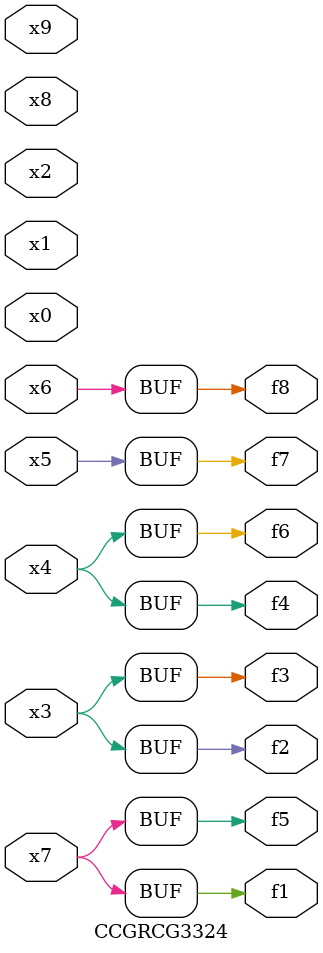
<source format=v>
module CCGRCG3324(
	input x0, x1, x2, x3, x4, x5, x6, x7, x8, x9,
	output f1, f2, f3, f4, f5, f6, f7, f8
);
	assign f1 = x7;
	assign f2 = x3;
	assign f3 = x3;
	assign f4 = x4;
	assign f5 = x7;
	assign f6 = x4;
	assign f7 = x5;
	assign f8 = x6;
endmodule

</source>
